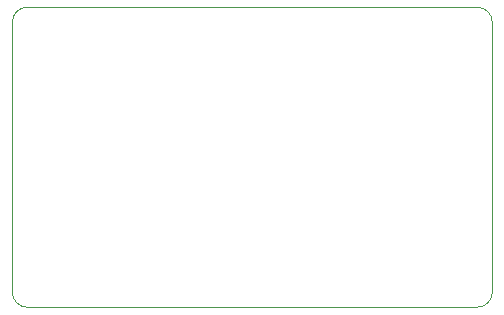
<source format=gm1>
G04 #@! TF.GenerationSoftware,KiCad,Pcbnew,(5.1.4)-1*
G04 #@! TF.CreationDate,2020-05-30T22:46:28-05:00*
G04 #@! TF.ProjectId,TrackballMod,54726163-6b62-4616-9c6c-4d6f642e6b69,rev?*
G04 #@! TF.SameCoordinates,Original*
G04 #@! TF.FileFunction,Profile,NP*
%FSLAX46Y46*%
G04 Gerber Fmt 4.6, Leading zero omitted, Abs format (unit mm)*
G04 Created by KiCad (PCBNEW (5.1.4)-1) date 2020-05-30 22:46:28*
%MOMM*%
%LPD*%
G04 APERTURE LIST*
%ADD10C,0.050000*%
G04 APERTURE END LIST*
D10*
X85090000Y-73660000D02*
G75*
G02X83820000Y-72390000I0J1270000D01*
G01*
X83820000Y-49530000D02*
G75*
G02X85090000Y-48260000I1270000J0D01*
G01*
X123190000Y-48260000D02*
G75*
G02X124460000Y-49530000I0J-1270000D01*
G01*
X124460000Y-72390000D02*
G75*
G02X123190000Y-73660000I-1270000J0D01*
G01*
X83820000Y-49530000D02*
X83820000Y-72390000D01*
X123190000Y-48260000D02*
X85090000Y-48260000D01*
X124460000Y-72390000D02*
X124460000Y-49530000D01*
X85090000Y-73660000D02*
X123190000Y-73660000D01*
M02*

</source>
